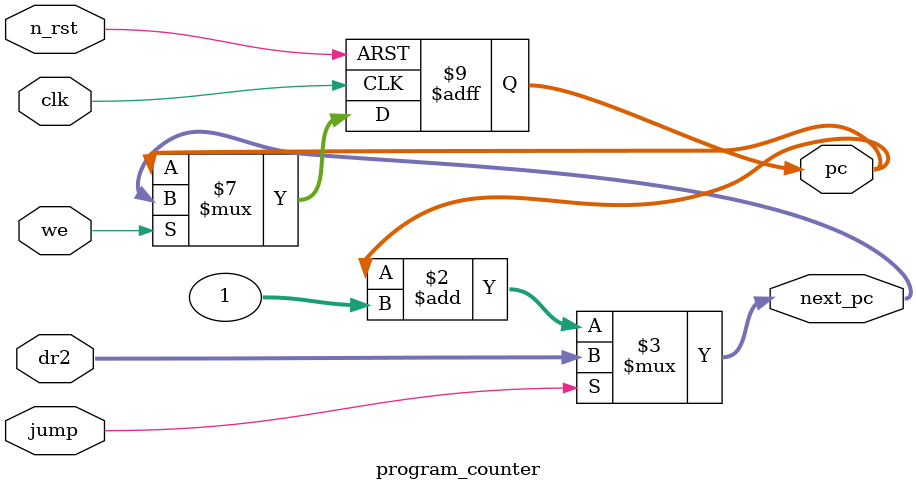
<source format=v>
module program_counter(clk, n_rst, we, jump, dr2, next_pc, pc);
   input clk, n_rst, we, jump;
   input [31:0] dr2;
   output [31:0]     next_pc;
   output reg [31:0] pc;

   assign next_pc = (jump == 1'b0) ? pc + 32'd1 : dr2;
   
   always @(posedge clk or negedge n_rst) begin
      if (n_rst == 1'b0) begin
	 pc <= 32'hffffffff;
      end else if (we == 1'b1) begin
	 pc <= next_pc;
      end
   end
endmodule

</source>
